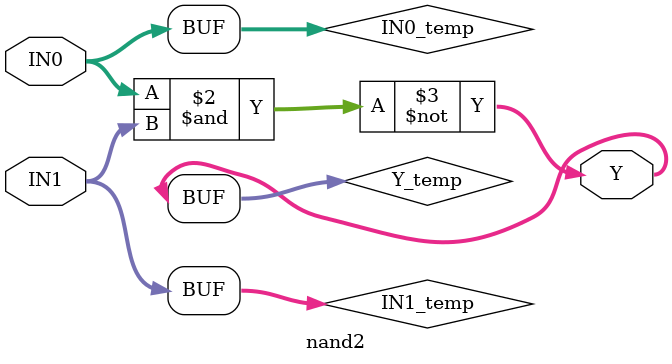
<source format=v>
module nand2(IN0,IN1,Y);
  parameter N = 8;
  parameter DPFLAG = 1;
  parameter GROUP = "dpath1";
  parameter
        d_IN0 = 0,
        d_IN1 = 0,
        d_Y = 1;
  input [(N - 1):0] IN0;
  input [(N - 1):0] IN1;
  output [(N - 1):0] Y;
  wire [(N - 1):0] IN0_temp;
  wire [(N - 1):0] IN1_temp;
  reg [(N - 1):0] Y_temp;
  assign #(d_IN0) IN0_temp = IN0;
  assign #(d_IN1) IN1_temp = IN1;
  assign #(d_Y) Y = Y_temp;
  always
    @(IN0_temp or IN1_temp)
      begin
      Y_temp = ( ~ (IN0_temp & IN1_temp));
      end
endmodule

</source>
